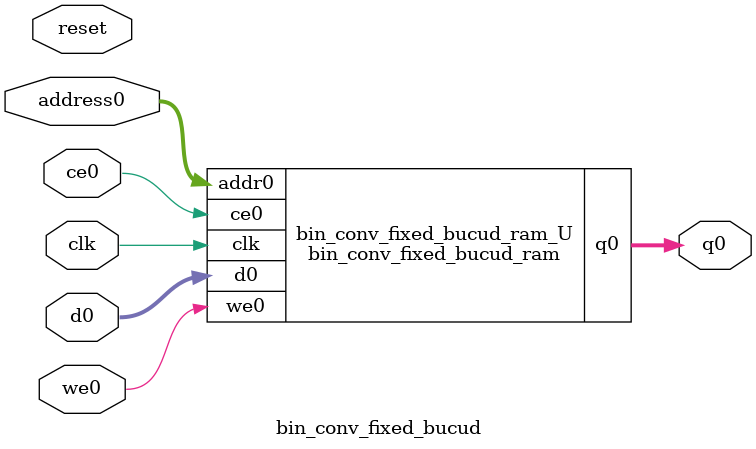
<source format=v>
`timescale 1 ns / 1 ps
module bin_conv_fixed_bucud_ram (addr0, ce0, d0, we0, q0,  clk);

parameter DWIDTH = 12;
parameter AWIDTH = 5;
parameter MEM_SIZE = 32;

input[AWIDTH-1:0] addr0;
input ce0;
input[DWIDTH-1:0] d0;
input we0;
output reg[DWIDTH-1:0] q0;
input clk;

(* ram_style = "distributed" *)reg [DWIDTH-1:0] ram[0:MEM_SIZE-1];




always @(posedge clk)  
begin 
    if (ce0) 
    begin
        if (we0) 
        begin 
            ram[addr0] <= d0; 
        end 
        q0 <= ram[addr0];
    end
end


endmodule

`timescale 1 ns / 1 ps
module bin_conv_fixed_bucud(
    reset,
    clk,
    address0,
    ce0,
    we0,
    d0,
    q0);

parameter DataWidth = 32'd12;
parameter AddressRange = 32'd32;
parameter AddressWidth = 32'd5;
input reset;
input clk;
input[AddressWidth - 1:0] address0;
input ce0;
input we0;
input[DataWidth - 1:0] d0;
output[DataWidth - 1:0] q0;



bin_conv_fixed_bucud_ram bin_conv_fixed_bucud_ram_U(
    .clk( clk ),
    .addr0( address0 ),
    .ce0( ce0 ),
    .we0( we0 ),
    .d0( d0 ),
    .q0( q0 ));

endmodule


</source>
